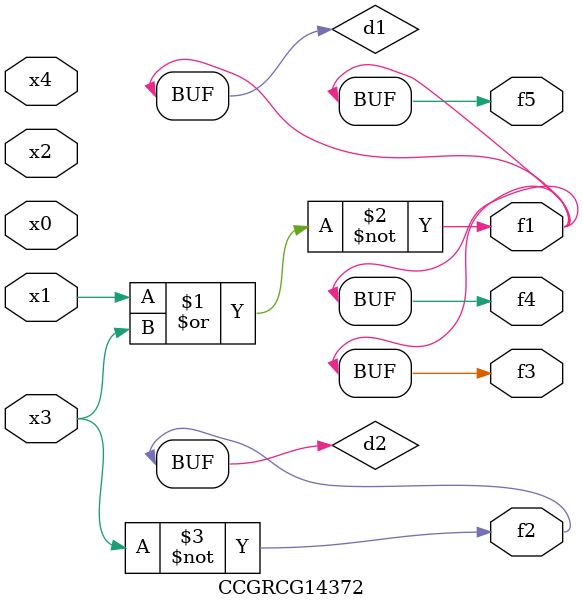
<source format=v>
module CCGRCG14372(
	input x0, x1, x2, x3, x4,
	output f1, f2, f3, f4, f5
);

	wire d1, d2;

	nor (d1, x1, x3);
	not (d2, x3);
	assign f1 = d1;
	assign f2 = d2;
	assign f3 = d1;
	assign f4 = d1;
	assign f5 = d1;
endmodule

</source>
